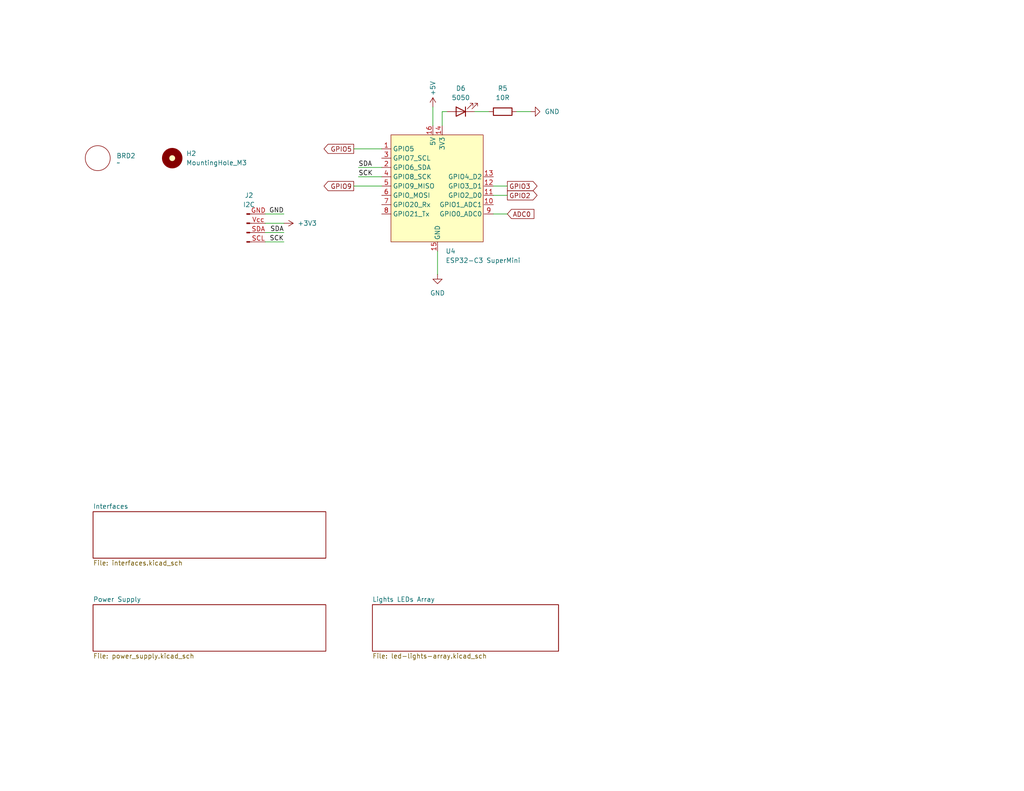
<source format=kicad_sch>
(kicad_sch (version 20231120) (generator "eeschema") (generator_version "8.0")
  (paper "USLetter")
  (title_block (title "Smart Work Desk Lights") (date "2024-07-24") (rev "Final") (company "Alexander Bobkov") (comment 1 "Specialized Accounting Offices") (comment 2 "ESP32-C3 SuperMini"))
  (lib_symbols
    (symbol "Alexander Symbol Library:Conn_I2C" (pin_names (offset 1.016) hide)
      (property "Reference" "J" (at 0 5.08 0))
      (property "Value" "I2C" (at 0 -7.62 0))
      (symbol "Conn_I2C_1_1"
        (polyline (pts (xy 1.27 -5.08) (xy 0.8636 -5.08)) (stroke (width 0.1524)))
        (polyline (pts (xy 1.27 -2.54) (xy 0.8636 -2.54)) (stroke (width 0.1524)))
        (polyline (pts (xy 1.27 0) (xy 0.8636 0)) (stroke (width 0.1524)))
        (polyline (pts (xy 1.27 2.54) (xy 0.8636 2.54)) (stroke (width 0.1524)))
        (rectangle (start 0.8636 -4.953) (end 0 -5.207) (stroke (width 0.1524)) (fill (type outline)))
        (rectangle (start 0.8636 -2.413) (end 0 -2.667) (stroke (width 0.1524)) (fill (type outline)))
        (rectangle (start 0.8636 0.127) (end 0 -0.127) (stroke (width 0.1524)) (fill (type outline)))
        (rectangle (start 0.8636 2.667) (end 0 2.413) (stroke (width 0.1524)) (fill (type outline)))
        (pin power_out line (at 5.08 2.54 180) (length 3.81) (name "GND") (number "GND"))
        (pin bidirectional line (at 5.08 -5.08 180) (length 3.81) (name "SCL") (number "SCL"))
        (pin bidirectional line (at 5.08 -2.54 180) (length 3.81) (name "SDA") (number "SDA"))
        (pin power_in line (at 5.08 0 180) (length 3.81) (name "VCC") (number "Vcc"))
      )
    )
    (symbol "Alexander Symbol Library:ESP32-C3-SuperMini"
      (property "Reference" "U" (at 0 0 0))
      (property "Value" "ESP32-C3 SuperMini" (at 25.654 0 0))
      (symbol "ESP32-C3-SuperMini_0_1"
        (rectangle (start 0 -2.54) (end 25.146 -31.75) (fill (type background)))
      )
      (symbol "ESP32-C3-SuperMini_1_1"
        (pin bidirectional line (at -2.54 -6.35 0) (length 2.54) (name "GPIO5") (number "1"))
        (pin bidirectional line (at 27.94 -21.59 180) (length 2.54) (name "GPIO1_ADC1") (number "10"))
        (pin bidirectional line (at 27.94 -19.05 180) (length 2.54) (name "GPIO2_D0") (number "11"))
        (pin bidirectional line (at 27.94 -16.51 180) (length 2.54) (name "GPIO3_D1") (number "12"))
        (pin bidirectional line (at 27.94 -13.97 180) (length 2.54) (name "GPIO4_D2") (number "13"))
        (pin power_in line (at 13.97 0 270) (length 2.54) (name "3V3") (number "14"))
        (pin power_out line (at 12.7 -34.29 90) (length 2.54) (name "GND") (number "15"))
        (pin power_in line (at 11.43 0 270) (length 2.54) (name "5V") (number "16"))
        (pin bidirectional line (at -2.54 -11.43 0) (length 2.54) (name "GPIO6_SDA") (number "2"))
        (pin bidirectional line (at -2.54 -8.89 0) (length 2.54) (name "GPIO7_SCL") (number "3"))
        (pin bidirectional line (at -2.54 -13.97 0) (length 2.54) (name "GPIO8_SCK") (number "4"))
        (pin bidirectional line (at -2.54 -16.51 0) (length 2.54) (name "GPIO9_MISO") (number "5"))
        (pin bidirectional line (at -2.54 -19.05 0) (length 2.54) (name "GPIO_MOSI") (number "6"))
        (pin bidirectional line (at -2.54 -21.59 0) (length 2.54) (name "GPIO20_Rx") (number "7"))
        (pin bidirectional line (at -2.54 -24.13 0) (length 2.54) (name "GPIO21_Tx") (number "8"))
        (pin bidirectional line (at 27.94 -24.13 180) (length 2.54) (name "GPIO0_ADC0") (number "9"))
      )
    )
    (symbol "Alexander_Library_Symbols:CircleBoard"
      (property "Reference" "BRD" (at 0 0 0))
      (symbol "CircleBoard_0_1"
        (circle (center 0 0) (radius 3.4078))
      )
    )
    (symbol "Device:LED" (pin_numbers hide) (pin_names (offset 1.016) hide)
      (property "Reference" "D" (at 0 2.54 0))
      (property "Value" "LED" (at 0 -2.54 0))
      (symbol "LED_0_1"
        (polyline (pts (xy -1.27 -1.27) (xy -1.27 1.27)) (stroke (width 0.254)))
        (polyline (pts (xy -1.27 0) (xy 1.27 0)))
        (polyline (pts (xy 1.27 -1.27) (xy 1.27 1.27) (xy -1.27 0) (xy 1.27 -1.27)) (stroke (width 0.254)))
        (polyline (pts (xy -3.048 -0.762) (xy -4.572 -2.286) (xy -3.81 -2.286) (xy -4.572 -2.286) (xy -4.572 -1.524)))
        (polyline (pts (xy -1.778 -0.762) (xy -3.302 -2.286) (xy -2.54 -2.286) (xy -3.302 -2.286) (xy -3.302 -1.524)))
      )
      (symbol "LED_1_1"
        (pin passive line (at -3.81 0 0) (length 2.54) (name "K") (number "1"))
        (pin passive line (at 3.81 0 180) (length 2.54) (name "A") (number "2"))
      )
    )
    (symbol "Device:R" (pin_numbers hide) (pin_names (offset 0))
      (property "Reference" "R" (at 2.032 0 90))
      (property "Value" "R" (at 0 0 90))
      (symbol "R_0_1"
        (rectangle (start -1.016 -2.54) (end 1.016 2.54) (stroke (width 0.254)))
      )
      (symbol "R_1_1"
        (pin passive line (at 0 3.81 270) (length 1.27) (name "~") (number "1"))
        (pin passive line (at 0 -3.81 90) (length 1.27) (name "~") (number "2"))
      )
    )
    (symbol "PCM_SL_Mechanical:MountingHole_M3"
      (property "Reference" "H" (at 0 7.62 0))
      (property "Value" "MountingHole_M3" (at 0 5.08 0))
      (symbol "MountingHole_M3_0_1"
        (circle (center 0 0) (radius 1.27) (fill (type background)))
        (circle (center 0 0) (radius 1.7961) (stroke (width 2)))
      )
    )
    (symbol "power:+3V3" (power) (pin_names (offset 0))
      (property "Value" "+3V3" (at 0 3.556 0))
      (symbol "+3V3_0_1"
        (polyline (pts (xy -0.762 1.27) (xy 0 2.54)))
        (polyline (pts (xy 0 0) (xy 0 2.54)))
        (polyline (pts (xy 0 2.54) (xy 0.762 1.27)))
      )
      (symbol "+3V3_1_1"
        (pin power_in line (at 0 0 90) (length 0) hide (name "+3V3") (number "1"))
      )
    )
    (symbol "power:+5V" (power) (pin_names (offset 0))
      (property "Value" "+5V" (at 0 3.556 0))
      (symbol "+5V_0_1"
        (polyline (pts (xy -0.762 1.27) (xy 0 2.54)))
        (polyline (pts (xy 0 0) (xy 0 2.54)))
        (polyline (pts (xy 0 2.54) (xy 0.762 1.27)))
      )
      (symbol "+5V_1_1"
        (pin power_in line (at 0 0 90) (length 0) hide (name "+5V") (number "1"))
      )
    )
    (symbol "power:GND" (power) (pin_numbers hide) (pin_names (offset 0) hide)
      (property "Value" "GND" (at 0 -3.81 0))
      (symbol "GND_0_1"
        (polyline (pts (xy 0 0) (xy 0 -1.27) (xy 1.27 -1.27) (xy 0 -2.54) (xy -1.27 -1.27) (xy 0 -1.27)))
      )
      (symbol "GND_1_1"
        (pin power_in line (at 0 0 270) (length 0) (name "~") (number "1"))
      )
    )
  )
  (wire (pts (xy 140.97 30.48) (xy 144.78 30.48)))
  (wire (pts (xy 134.62 53.34) (xy 138.43 53.34)))
  (wire (pts (xy 118.11 29.21) (xy 118.11 34.29)))
  (wire (pts (xy 120.65 30.48) (xy 121.92 30.48)))
  (wire (pts (xy 96.52 40.64) (xy 104.14 40.64)))
  (wire (pts (xy 96.52 50.8) (xy 104.14 50.8)))
  (wire (pts (xy 72.39 60.96) (xy 77.47 60.96)))
  (wire (pts (xy 129.54 30.48) (xy 133.35 30.48)))
  (wire (pts (xy 72.39 58.42) (xy 77.47 58.42)))
  (wire (pts (xy 72.39 66.04) (xy 77.47 66.04)))
  (wire (pts (xy 119.38 68.58) (xy 119.38 74.93)))
  (wire (pts (xy 97.79 45.72) (xy 104.14 45.72)))
  (wire (pts (xy 97.79 48.26) (xy 104.14 48.26)))
  (wire (pts (xy 134.62 50.8) (xy 138.43 50.8)))
  (wire (pts (xy 134.62 58.42) (xy 138.43 58.42)))
  (wire (pts (xy 72.39 63.5) (xy 77.47 63.5)))
  (wire (pts (xy 120.65 34.29) (xy 120.65 30.48)))
  (label "GND" (at 77.47 58.42 180))
  (label "SCK" (at 97.79 48.26 0))
  (label "SDA" (at 77.47 63.5 180))
  (label "SCK" (at 77.47 66.04 180))
  (label "SDA" (at 97.79 45.72 0))
  (global_label "GPIO2" (shape output) (at 138.43 53.34 0) (property "Intersheetrefs" "${INTERSHEET_REFS}" (effects (hide yes))))
  (global_label "GPIO9" (shape output) (at 96.52 50.8 180) (property "Intersheetrefs" "${INTERSHEET_REFS}" (effects (hide yes))))
  (global_label "GPIO3" (shape output) (at 138.43 50.8 0) (property "Intersheetrefs" "${INTERSHEET_REFS}" (effects (hide yes))))
  (global_label "GPIO5" (shape output) (at 96.52 40.64 180) (property "Intersheetrefs" "${INTERSHEET_REFS}" (effects (hide yes))))
  (global_label "ADC0" (shape input) (at 138.43 58.42 0) (property "Intersheetrefs" "${INTERSHEET_REFS}" (effects (hide yes))))
  (symbol (lib_id "Alexander_Library_Symbols:CircleBoard") (at 26.67 43.18 0) (unit 1)
    (property "Reference" "BRD2" (at 31.75 42.5449 0) (effects (justify left)))
    (property "Value" "~" (at 31.75 44.45 0) (effects (justify left)))
    (property "Footprint" "Alexander Footprint Library:Circle-44R" (effects (hide yes)))
  )
  (symbol (lib_id "power:GND") (at 119.38 74.93 0) (unit 1)
    (property "Reference" "#PWR012" (effects (hide yes)))
    (property "Value" "GND" (at 119.38 80.01 0))
    (property "Description" "Power symbol creates a global label with name \"GND\" , ground" (effects (hide yes)))
  )
  (symbol (lib_id "PCM_SL_Mechanical:MountingHole_M3") (at 46.99 43.18 0) (unit 1)
    (property "Reference" "H2" (at 50.8 41.9099 0) (effects (justify left)))
    (property "Value" "MountingHole_M3" (at 50.8 44.4499 0) (effects (justify left)))
    (property "Footprint" "MountingHole:MountingHole_3.2mm_M3" (effects (hide yes)))
    (property "Description" "3.2mm Diameter Mounting Hole (M3)" (effects (hide yes)))
  )
  (symbol (lib_id "Device:R") (at 137.16 30.48 270) (unit 1)
    (property "Reference" "R5" (at 137.16 24.13 90))
    (property "Value" "10R" (at 137.16 26.67 90))
    (property "Footprint" "Resistor_SMD:R_1206_3216Metric_Pad1.30x1.75mm_HandSolder" (effects (hide yes)))
    (property "Description" "Resistor" (effects (hide yes)))
  )
  (symbol (lib_id "Alexander Symbol Library:ESP32-C3-SuperMini") (at 106.68 34.29 0) (unit 1)
    (property "Reference" "U4" (at 121.5741 68.58 0) (effects (justify left)))
    (property "Value" "ESP32-C3 SuperMini" (at 121.5741 71.12 0) (effects (justify left)))
    (property "Footprint" "Alexander Footprint Library:ESP32-C3_SuperMini" (effects (hide yes)))
  )
  (symbol (lib_id "Alexander Symbol Library:Conn_I2C") (at 67.31 60.96 0) (unit 1)
    (property "Reference" "J2" (at 67.945 53.34 0))
    (property "Value" "I2C" (at 67.945 55.88 0))
    (property "Footprint" "Alexander Footprint Library:Conn_I2C" (effects (hide yes)))
    (property "Description" "I2C connector, single row, 01x04" (effects (hide yes)))
  )
  (symbol (lib_id "power:GND") (at 144.78 30.48 90) (unit 1)
    (property "Reference" "#PWR014" (effects (hide yes)))
    (property "Value" "GND" (at 148.59 30.4799 90) (effects (justify right)))
    (property "Description" "Power symbol creates a global label with name \"GND\" , ground" (effects (hide yes)))
  )
  (symbol (lib_id "power:+3V3") (at 77.47 60.96 270) (unit 1)
    (property "Reference" "#PWR01" (effects (hide yes)))
    (property "Value" "+3V3" (at 83.82 60.96 90))
  )
  (symbol (lib_id "Device:LED") (at 125.73 30.48 180) (unit 1)
    (property "Reference" "D6" (at 125.73 24.13 0))
    (property "Value" "5050" (at 125.73 26.67 0))
    (property "Footprint" "LED_SMD:LED_1210_3225Metric_Pad1.42x2.65mm_HandSolder" (effects (hide yes)))
    (property "Description" "Light emitting diode" (effects (hide yes)))
  )
  (symbol (lib_id "power:+5V") (at 118.11 29.21 0) (unit 1)
    (property "Reference" "#PWR013" (effects (hide yes)))
    (property "Value" "+5V" (at 118.11 24.13 90))
  )
  (sheet (at 25.4 165.1) (size 63.5 12.7) (stroke (width 0.1524))
    (property "Sheetname" "Power Supply" (at 25.4 164.3884 0) (effects (justify left bottom)))
    (property "Sheetfile" "power_supply.kicad_sch" (at 25.4 178.3846 0) (effects (justify left top)))
  )
  (sheet (at 25.4 139.7) (size 63.5 12.7) (stroke (width 0.1524))
    (property "Sheetname" "Interfaces" (at 25.4 138.9884 0) (effects (justify left bottom)))
    (property "Sheetfile" "interfaces.kicad_sch" (at 25.4 152.9846 0) (effects (justify left top)))
  )
  (sheet (at 101.6 165.1) (size 50.8 12.7) (stroke (width 0.1524))
    (property "Sheetname" "Lights LEDs Array" (at 101.6 164.3884 0) (effects (justify left bottom)))
    (property "Sheetfile" "led-lights-array.kicad_sch" (at 101.6 178.3846 0) (effects (justify left top)))
  )
)
</source>
